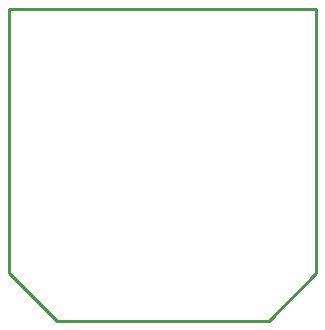
<source format=gko>
G04*
G04 #@! TF.GenerationSoftware,Altium Limited,Altium Designer,18.0.7 (293)*
G04*
G04 Layer_Color=16711935*
%FSLAX25Y25*%
%MOIN*%
G70*
G01*
G75*
%ADD20C,0.01000*%
D20*
X0Y15748D02*
Y103839D01*
X102362D01*
Y15748D02*
Y103839D01*
X15748Y0D02*
X86614D01*
X0Y15748D02*
X15748Y0D01*
X86614D02*
X102362Y15748D01*
M02*

</source>
